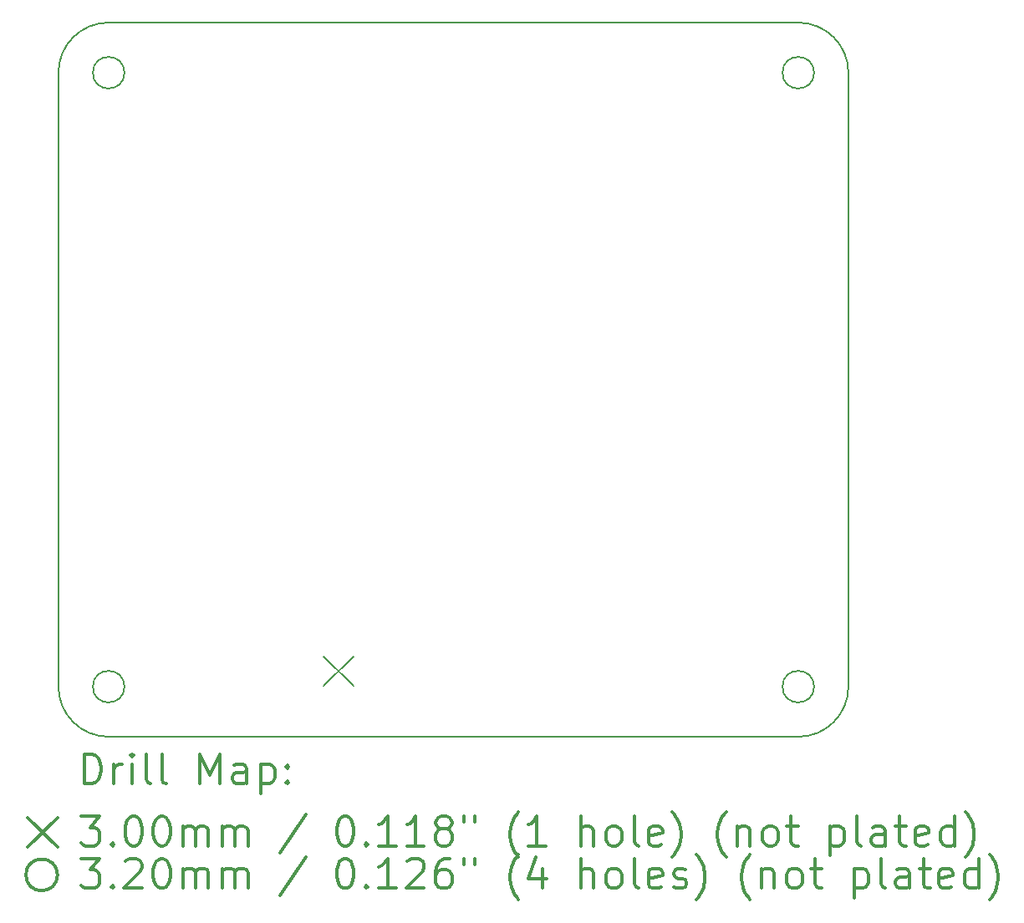
<source format=gbr>
%FSLAX45Y45*%
G04 Gerber Fmt 4.5, Leading zero omitted, Abs format (unit mm)*
G04 Created by KiCad (PCBNEW 4.0.7) date Wed Apr 18 20:42:25 2018*
%MOMM*%
%LPD*%
G01*
G04 APERTURE LIST*
%ADD10C,0.127000*%
%ADD11C,0.200000*%
%ADD12C,0.300000*%
G04 APERTURE END LIST*
D10*
D11*
X4064000Y-2349500D02*
X11049000Y-2349500D01*
X3556000Y-9080500D02*
X3556000Y-2857500D01*
X4064000Y-9588500D02*
X11049000Y-9588500D01*
X11557000Y-2857500D02*
X11557000Y-9080500D01*
X11049000Y-9588500D02*
G75*
G03X11557000Y-9080500I0J508000D01*
G01*
X3556000Y-9080500D02*
G75*
G03X4064000Y-9588500I508000J0D01*
G01*
X4064000Y-2349500D02*
G75*
G03X3556000Y-2857500I0J-508000D01*
G01*
X11557000Y-2857500D02*
G75*
G03X11049000Y-2349500I-508000J0D01*
G01*
D11*
X6244000Y-8771500D02*
X6544000Y-9071500D01*
X6544000Y-8771500D02*
X6244000Y-9071500D01*
X4224000Y-2857500D02*
G75*
G03X4224000Y-2857500I-160000J0D01*
G01*
X4224000Y-9080500D02*
G75*
G03X4224000Y-9080500I-160000J0D01*
G01*
X11209000Y-2857500D02*
G75*
G03X11209000Y-2857500I-160000J0D01*
G01*
X11209000Y-9080500D02*
G75*
G03X11209000Y-9080500I-160000J0D01*
G01*
D12*
X3817428Y-10064214D02*
X3817428Y-9764214D01*
X3888857Y-9764214D01*
X3931714Y-9778500D01*
X3960286Y-9807072D01*
X3974571Y-9835643D01*
X3988857Y-9892786D01*
X3988857Y-9935643D01*
X3974571Y-9992786D01*
X3960286Y-10021357D01*
X3931714Y-10049929D01*
X3888857Y-10064214D01*
X3817428Y-10064214D01*
X4117428Y-10064214D02*
X4117428Y-9864214D01*
X4117428Y-9921357D02*
X4131714Y-9892786D01*
X4146000Y-9878500D01*
X4174571Y-9864214D01*
X4203143Y-9864214D01*
X4303143Y-10064214D02*
X4303143Y-9864214D01*
X4303143Y-9764214D02*
X4288857Y-9778500D01*
X4303143Y-9792786D01*
X4317429Y-9778500D01*
X4303143Y-9764214D01*
X4303143Y-9792786D01*
X4488857Y-10064214D02*
X4460286Y-10049929D01*
X4446000Y-10021357D01*
X4446000Y-9764214D01*
X4646000Y-10064214D02*
X4617429Y-10049929D01*
X4603143Y-10021357D01*
X4603143Y-9764214D01*
X4988857Y-10064214D02*
X4988857Y-9764214D01*
X5088857Y-9978500D01*
X5188857Y-9764214D01*
X5188857Y-10064214D01*
X5460286Y-10064214D02*
X5460286Y-9907072D01*
X5446000Y-9878500D01*
X5417429Y-9864214D01*
X5360286Y-9864214D01*
X5331714Y-9878500D01*
X5460286Y-10049929D02*
X5431714Y-10064214D01*
X5360286Y-10064214D01*
X5331714Y-10049929D01*
X5317429Y-10021357D01*
X5317429Y-9992786D01*
X5331714Y-9964214D01*
X5360286Y-9949929D01*
X5431714Y-9949929D01*
X5460286Y-9935643D01*
X5603143Y-9864214D02*
X5603143Y-10164214D01*
X5603143Y-9878500D02*
X5631714Y-9864214D01*
X5688857Y-9864214D01*
X5717428Y-9878500D01*
X5731714Y-9892786D01*
X5746000Y-9921357D01*
X5746000Y-10007072D01*
X5731714Y-10035643D01*
X5717428Y-10049929D01*
X5688857Y-10064214D01*
X5631714Y-10064214D01*
X5603143Y-10049929D01*
X5874571Y-10035643D02*
X5888857Y-10049929D01*
X5874571Y-10064214D01*
X5860286Y-10049929D01*
X5874571Y-10035643D01*
X5874571Y-10064214D01*
X5874571Y-9878500D02*
X5888857Y-9892786D01*
X5874571Y-9907072D01*
X5860286Y-9892786D01*
X5874571Y-9878500D01*
X5874571Y-9907072D01*
X3246000Y-10408500D02*
X3546000Y-10708500D01*
X3546000Y-10408500D02*
X3246000Y-10708500D01*
X3788857Y-10394214D02*
X3974571Y-10394214D01*
X3874571Y-10508500D01*
X3917428Y-10508500D01*
X3946000Y-10522786D01*
X3960286Y-10537072D01*
X3974571Y-10565643D01*
X3974571Y-10637072D01*
X3960286Y-10665643D01*
X3946000Y-10679929D01*
X3917428Y-10694214D01*
X3831714Y-10694214D01*
X3803143Y-10679929D01*
X3788857Y-10665643D01*
X4103143Y-10665643D02*
X4117428Y-10679929D01*
X4103143Y-10694214D01*
X4088857Y-10679929D01*
X4103143Y-10665643D01*
X4103143Y-10694214D01*
X4303143Y-10394214D02*
X4331714Y-10394214D01*
X4360286Y-10408500D01*
X4374571Y-10422786D01*
X4388857Y-10451357D01*
X4403143Y-10508500D01*
X4403143Y-10579929D01*
X4388857Y-10637072D01*
X4374571Y-10665643D01*
X4360286Y-10679929D01*
X4331714Y-10694214D01*
X4303143Y-10694214D01*
X4274571Y-10679929D01*
X4260286Y-10665643D01*
X4246000Y-10637072D01*
X4231714Y-10579929D01*
X4231714Y-10508500D01*
X4246000Y-10451357D01*
X4260286Y-10422786D01*
X4274571Y-10408500D01*
X4303143Y-10394214D01*
X4588857Y-10394214D02*
X4617429Y-10394214D01*
X4646000Y-10408500D01*
X4660286Y-10422786D01*
X4674571Y-10451357D01*
X4688857Y-10508500D01*
X4688857Y-10579929D01*
X4674571Y-10637072D01*
X4660286Y-10665643D01*
X4646000Y-10679929D01*
X4617429Y-10694214D01*
X4588857Y-10694214D01*
X4560286Y-10679929D01*
X4546000Y-10665643D01*
X4531714Y-10637072D01*
X4517429Y-10579929D01*
X4517429Y-10508500D01*
X4531714Y-10451357D01*
X4546000Y-10422786D01*
X4560286Y-10408500D01*
X4588857Y-10394214D01*
X4817429Y-10694214D02*
X4817429Y-10494214D01*
X4817429Y-10522786D02*
X4831714Y-10508500D01*
X4860286Y-10494214D01*
X4903143Y-10494214D01*
X4931714Y-10508500D01*
X4946000Y-10537072D01*
X4946000Y-10694214D01*
X4946000Y-10537072D02*
X4960286Y-10508500D01*
X4988857Y-10494214D01*
X5031714Y-10494214D01*
X5060286Y-10508500D01*
X5074571Y-10537072D01*
X5074571Y-10694214D01*
X5217429Y-10694214D02*
X5217429Y-10494214D01*
X5217429Y-10522786D02*
X5231714Y-10508500D01*
X5260286Y-10494214D01*
X5303143Y-10494214D01*
X5331714Y-10508500D01*
X5346000Y-10537072D01*
X5346000Y-10694214D01*
X5346000Y-10537072D02*
X5360286Y-10508500D01*
X5388857Y-10494214D01*
X5431714Y-10494214D01*
X5460286Y-10508500D01*
X5474571Y-10537072D01*
X5474571Y-10694214D01*
X6060286Y-10379929D02*
X5803143Y-10765643D01*
X6446000Y-10394214D02*
X6474571Y-10394214D01*
X6503143Y-10408500D01*
X6517428Y-10422786D01*
X6531714Y-10451357D01*
X6546000Y-10508500D01*
X6546000Y-10579929D01*
X6531714Y-10637072D01*
X6517428Y-10665643D01*
X6503143Y-10679929D01*
X6474571Y-10694214D01*
X6446000Y-10694214D01*
X6417428Y-10679929D01*
X6403143Y-10665643D01*
X6388857Y-10637072D01*
X6374571Y-10579929D01*
X6374571Y-10508500D01*
X6388857Y-10451357D01*
X6403143Y-10422786D01*
X6417428Y-10408500D01*
X6446000Y-10394214D01*
X6674571Y-10665643D02*
X6688857Y-10679929D01*
X6674571Y-10694214D01*
X6660286Y-10679929D01*
X6674571Y-10665643D01*
X6674571Y-10694214D01*
X6974571Y-10694214D02*
X6803143Y-10694214D01*
X6888857Y-10694214D02*
X6888857Y-10394214D01*
X6860285Y-10437072D01*
X6831714Y-10465643D01*
X6803143Y-10479929D01*
X7260285Y-10694214D02*
X7088857Y-10694214D01*
X7174571Y-10694214D02*
X7174571Y-10394214D01*
X7146000Y-10437072D01*
X7117428Y-10465643D01*
X7088857Y-10479929D01*
X7431714Y-10522786D02*
X7403143Y-10508500D01*
X7388857Y-10494214D01*
X7374571Y-10465643D01*
X7374571Y-10451357D01*
X7388857Y-10422786D01*
X7403143Y-10408500D01*
X7431714Y-10394214D01*
X7488857Y-10394214D01*
X7517428Y-10408500D01*
X7531714Y-10422786D01*
X7546000Y-10451357D01*
X7546000Y-10465643D01*
X7531714Y-10494214D01*
X7517428Y-10508500D01*
X7488857Y-10522786D01*
X7431714Y-10522786D01*
X7403143Y-10537072D01*
X7388857Y-10551357D01*
X7374571Y-10579929D01*
X7374571Y-10637072D01*
X7388857Y-10665643D01*
X7403143Y-10679929D01*
X7431714Y-10694214D01*
X7488857Y-10694214D01*
X7517428Y-10679929D01*
X7531714Y-10665643D01*
X7546000Y-10637072D01*
X7546000Y-10579929D01*
X7531714Y-10551357D01*
X7517428Y-10537072D01*
X7488857Y-10522786D01*
X7660286Y-10394214D02*
X7660286Y-10451357D01*
X7774571Y-10394214D02*
X7774571Y-10451357D01*
X8217428Y-10808500D02*
X8203143Y-10794214D01*
X8174571Y-10751357D01*
X8160285Y-10722786D01*
X8146000Y-10679929D01*
X8131714Y-10608500D01*
X8131714Y-10551357D01*
X8146000Y-10479929D01*
X8160285Y-10437072D01*
X8174571Y-10408500D01*
X8203143Y-10365643D01*
X8217428Y-10351357D01*
X8488857Y-10694214D02*
X8317428Y-10694214D01*
X8403143Y-10694214D02*
X8403143Y-10394214D01*
X8374571Y-10437072D01*
X8346000Y-10465643D01*
X8317428Y-10479929D01*
X8846000Y-10694214D02*
X8846000Y-10394214D01*
X8974571Y-10694214D02*
X8974571Y-10537072D01*
X8960286Y-10508500D01*
X8931714Y-10494214D01*
X8888857Y-10494214D01*
X8860286Y-10508500D01*
X8846000Y-10522786D01*
X9160286Y-10694214D02*
X9131714Y-10679929D01*
X9117428Y-10665643D01*
X9103143Y-10637072D01*
X9103143Y-10551357D01*
X9117428Y-10522786D01*
X9131714Y-10508500D01*
X9160286Y-10494214D01*
X9203143Y-10494214D01*
X9231714Y-10508500D01*
X9246000Y-10522786D01*
X9260286Y-10551357D01*
X9260286Y-10637072D01*
X9246000Y-10665643D01*
X9231714Y-10679929D01*
X9203143Y-10694214D01*
X9160286Y-10694214D01*
X9431714Y-10694214D02*
X9403143Y-10679929D01*
X9388857Y-10651357D01*
X9388857Y-10394214D01*
X9660286Y-10679929D02*
X9631714Y-10694214D01*
X9574571Y-10694214D01*
X9546000Y-10679929D01*
X9531714Y-10651357D01*
X9531714Y-10537072D01*
X9546000Y-10508500D01*
X9574571Y-10494214D01*
X9631714Y-10494214D01*
X9660286Y-10508500D01*
X9674571Y-10537072D01*
X9674571Y-10565643D01*
X9531714Y-10594214D01*
X9774571Y-10808500D02*
X9788857Y-10794214D01*
X9817429Y-10751357D01*
X9831714Y-10722786D01*
X9846000Y-10679929D01*
X9860286Y-10608500D01*
X9860286Y-10551357D01*
X9846000Y-10479929D01*
X9831714Y-10437072D01*
X9817429Y-10408500D01*
X9788857Y-10365643D01*
X9774571Y-10351357D01*
X10317429Y-10808500D02*
X10303143Y-10794214D01*
X10274571Y-10751357D01*
X10260286Y-10722786D01*
X10246000Y-10679929D01*
X10231714Y-10608500D01*
X10231714Y-10551357D01*
X10246000Y-10479929D01*
X10260286Y-10437072D01*
X10274571Y-10408500D01*
X10303143Y-10365643D01*
X10317429Y-10351357D01*
X10431714Y-10494214D02*
X10431714Y-10694214D01*
X10431714Y-10522786D02*
X10446000Y-10508500D01*
X10474571Y-10494214D01*
X10517429Y-10494214D01*
X10546000Y-10508500D01*
X10560286Y-10537072D01*
X10560286Y-10694214D01*
X10746000Y-10694214D02*
X10717429Y-10679929D01*
X10703143Y-10665643D01*
X10688857Y-10637072D01*
X10688857Y-10551357D01*
X10703143Y-10522786D01*
X10717429Y-10508500D01*
X10746000Y-10494214D01*
X10788857Y-10494214D01*
X10817429Y-10508500D01*
X10831714Y-10522786D01*
X10846000Y-10551357D01*
X10846000Y-10637072D01*
X10831714Y-10665643D01*
X10817429Y-10679929D01*
X10788857Y-10694214D01*
X10746000Y-10694214D01*
X10931714Y-10494214D02*
X11046000Y-10494214D01*
X10974571Y-10394214D02*
X10974571Y-10651357D01*
X10988857Y-10679929D01*
X11017429Y-10694214D01*
X11046000Y-10694214D01*
X11374571Y-10494214D02*
X11374571Y-10794214D01*
X11374571Y-10508500D02*
X11403143Y-10494214D01*
X11460286Y-10494214D01*
X11488857Y-10508500D01*
X11503143Y-10522786D01*
X11517428Y-10551357D01*
X11517428Y-10637072D01*
X11503143Y-10665643D01*
X11488857Y-10679929D01*
X11460286Y-10694214D01*
X11403143Y-10694214D01*
X11374571Y-10679929D01*
X11688857Y-10694214D02*
X11660286Y-10679929D01*
X11646000Y-10651357D01*
X11646000Y-10394214D01*
X11931714Y-10694214D02*
X11931714Y-10537072D01*
X11917429Y-10508500D01*
X11888857Y-10494214D01*
X11831714Y-10494214D01*
X11803143Y-10508500D01*
X11931714Y-10679929D02*
X11903143Y-10694214D01*
X11831714Y-10694214D01*
X11803143Y-10679929D01*
X11788857Y-10651357D01*
X11788857Y-10622786D01*
X11803143Y-10594214D01*
X11831714Y-10579929D01*
X11903143Y-10579929D01*
X11931714Y-10565643D01*
X12031714Y-10494214D02*
X12146000Y-10494214D01*
X12074571Y-10394214D02*
X12074571Y-10651357D01*
X12088857Y-10679929D01*
X12117429Y-10694214D01*
X12146000Y-10694214D01*
X12360286Y-10679929D02*
X12331714Y-10694214D01*
X12274571Y-10694214D01*
X12246000Y-10679929D01*
X12231714Y-10651357D01*
X12231714Y-10537072D01*
X12246000Y-10508500D01*
X12274571Y-10494214D01*
X12331714Y-10494214D01*
X12360286Y-10508500D01*
X12374571Y-10537072D01*
X12374571Y-10565643D01*
X12231714Y-10594214D01*
X12631714Y-10694214D02*
X12631714Y-10394214D01*
X12631714Y-10679929D02*
X12603143Y-10694214D01*
X12546000Y-10694214D01*
X12517429Y-10679929D01*
X12503143Y-10665643D01*
X12488857Y-10637072D01*
X12488857Y-10551357D01*
X12503143Y-10522786D01*
X12517429Y-10508500D01*
X12546000Y-10494214D01*
X12603143Y-10494214D01*
X12631714Y-10508500D01*
X12746000Y-10808500D02*
X12760286Y-10794214D01*
X12788857Y-10751357D01*
X12803143Y-10722786D01*
X12817429Y-10679929D01*
X12831714Y-10608500D01*
X12831714Y-10551357D01*
X12817429Y-10479929D01*
X12803143Y-10437072D01*
X12788857Y-10408500D01*
X12760286Y-10365643D01*
X12746000Y-10351357D01*
X3546000Y-10988500D02*
G75*
G03X3546000Y-10988500I-160000J0D01*
G01*
X3788857Y-10824214D02*
X3974571Y-10824214D01*
X3874571Y-10938500D01*
X3917428Y-10938500D01*
X3946000Y-10952786D01*
X3960286Y-10967072D01*
X3974571Y-10995643D01*
X3974571Y-11067072D01*
X3960286Y-11095643D01*
X3946000Y-11109929D01*
X3917428Y-11124214D01*
X3831714Y-11124214D01*
X3803143Y-11109929D01*
X3788857Y-11095643D01*
X4103143Y-11095643D02*
X4117428Y-11109929D01*
X4103143Y-11124214D01*
X4088857Y-11109929D01*
X4103143Y-11095643D01*
X4103143Y-11124214D01*
X4231714Y-10852786D02*
X4246000Y-10838500D01*
X4274571Y-10824214D01*
X4346000Y-10824214D01*
X4374571Y-10838500D01*
X4388857Y-10852786D01*
X4403143Y-10881357D01*
X4403143Y-10909929D01*
X4388857Y-10952786D01*
X4217428Y-11124214D01*
X4403143Y-11124214D01*
X4588857Y-10824214D02*
X4617429Y-10824214D01*
X4646000Y-10838500D01*
X4660286Y-10852786D01*
X4674571Y-10881357D01*
X4688857Y-10938500D01*
X4688857Y-11009929D01*
X4674571Y-11067072D01*
X4660286Y-11095643D01*
X4646000Y-11109929D01*
X4617429Y-11124214D01*
X4588857Y-11124214D01*
X4560286Y-11109929D01*
X4546000Y-11095643D01*
X4531714Y-11067072D01*
X4517429Y-11009929D01*
X4517429Y-10938500D01*
X4531714Y-10881357D01*
X4546000Y-10852786D01*
X4560286Y-10838500D01*
X4588857Y-10824214D01*
X4817429Y-11124214D02*
X4817429Y-10924214D01*
X4817429Y-10952786D02*
X4831714Y-10938500D01*
X4860286Y-10924214D01*
X4903143Y-10924214D01*
X4931714Y-10938500D01*
X4946000Y-10967072D01*
X4946000Y-11124214D01*
X4946000Y-10967072D02*
X4960286Y-10938500D01*
X4988857Y-10924214D01*
X5031714Y-10924214D01*
X5060286Y-10938500D01*
X5074571Y-10967072D01*
X5074571Y-11124214D01*
X5217429Y-11124214D02*
X5217429Y-10924214D01*
X5217429Y-10952786D02*
X5231714Y-10938500D01*
X5260286Y-10924214D01*
X5303143Y-10924214D01*
X5331714Y-10938500D01*
X5346000Y-10967072D01*
X5346000Y-11124214D01*
X5346000Y-10967072D02*
X5360286Y-10938500D01*
X5388857Y-10924214D01*
X5431714Y-10924214D01*
X5460286Y-10938500D01*
X5474571Y-10967072D01*
X5474571Y-11124214D01*
X6060286Y-10809929D02*
X5803143Y-11195643D01*
X6446000Y-10824214D02*
X6474571Y-10824214D01*
X6503143Y-10838500D01*
X6517428Y-10852786D01*
X6531714Y-10881357D01*
X6546000Y-10938500D01*
X6546000Y-11009929D01*
X6531714Y-11067072D01*
X6517428Y-11095643D01*
X6503143Y-11109929D01*
X6474571Y-11124214D01*
X6446000Y-11124214D01*
X6417428Y-11109929D01*
X6403143Y-11095643D01*
X6388857Y-11067072D01*
X6374571Y-11009929D01*
X6374571Y-10938500D01*
X6388857Y-10881357D01*
X6403143Y-10852786D01*
X6417428Y-10838500D01*
X6446000Y-10824214D01*
X6674571Y-11095643D02*
X6688857Y-11109929D01*
X6674571Y-11124214D01*
X6660286Y-11109929D01*
X6674571Y-11095643D01*
X6674571Y-11124214D01*
X6974571Y-11124214D02*
X6803143Y-11124214D01*
X6888857Y-11124214D02*
X6888857Y-10824214D01*
X6860285Y-10867072D01*
X6831714Y-10895643D01*
X6803143Y-10909929D01*
X7088857Y-10852786D02*
X7103143Y-10838500D01*
X7131714Y-10824214D01*
X7203143Y-10824214D01*
X7231714Y-10838500D01*
X7246000Y-10852786D01*
X7260285Y-10881357D01*
X7260285Y-10909929D01*
X7246000Y-10952786D01*
X7074571Y-11124214D01*
X7260285Y-11124214D01*
X7517428Y-10824214D02*
X7460285Y-10824214D01*
X7431714Y-10838500D01*
X7417428Y-10852786D01*
X7388857Y-10895643D01*
X7374571Y-10952786D01*
X7374571Y-11067072D01*
X7388857Y-11095643D01*
X7403143Y-11109929D01*
X7431714Y-11124214D01*
X7488857Y-11124214D01*
X7517428Y-11109929D01*
X7531714Y-11095643D01*
X7546000Y-11067072D01*
X7546000Y-10995643D01*
X7531714Y-10967072D01*
X7517428Y-10952786D01*
X7488857Y-10938500D01*
X7431714Y-10938500D01*
X7403143Y-10952786D01*
X7388857Y-10967072D01*
X7374571Y-10995643D01*
X7660286Y-10824214D02*
X7660286Y-10881357D01*
X7774571Y-10824214D02*
X7774571Y-10881357D01*
X8217428Y-11238500D02*
X8203143Y-11224214D01*
X8174571Y-11181357D01*
X8160285Y-11152786D01*
X8146000Y-11109929D01*
X8131714Y-11038500D01*
X8131714Y-10981357D01*
X8146000Y-10909929D01*
X8160285Y-10867072D01*
X8174571Y-10838500D01*
X8203143Y-10795643D01*
X8217428Y-10781357D01*
X8460286Y-10924214D02*
X8460286Y-11124214D01*
X8388857Y-10809929D02*
X8317428Y-11024214D01*
X8503143Y-11024214D01*
X8846000Y-11124214D02*
X8846000Y-10824214D01*
X8974571Y-11124214D02*
X8974571Y-10967072D01*
X8960286Y-10938500D01*
X8931714Y-10924214D01*
X8888857Y-10924214D01*
X8860286Y-10938500D01*
X8846000Y-10952786D01*
X9160286Y-11124214D02*
X9131714Y-11109929D01*
X9117428Y-11095643D01*
X9103143Y-11067072D01*
X9103143Y-10981357D01*
X9117428Y-10952786D01*
X9131714Y-10938500D01*
X9160286Y-10924214D01*
X9203143Y-10924214D01*
X9231714Y-10938500D01*
X9246000Y-10952786D01*
X9260286Y-10981357D01*
X9260286Y-11067072D01*
X9246000Y-11095643D01*
X9231714Y-11109929D01*
X9203143Y-11124214D01*
X9160286Y-11124214D01*
X9431714Y-11124214D02*
X9403143Y-11109929D01*
X9388857Y-11081357D01*
X9388857Y-10824214D01*
X9660286Y-11109929D02*
X9631714Y-11124214D01*
X9574571Y-11124214D01*
X9546000Y-11109929D01*
X9531714Y-11081357D01*
X9531714Y-10967072D01*
X9546000Y-10938500D01*
X9574571Y-10924214D01*
X9631714Y-10924214D01*
X9660286Y-10938500D01*
X9674571Y-10967072D01*
X9674571Y-10995643D01*
X9531714Y-11024214D01*
X9788857Y-11109929D02*
X9817429Y-11124214D01*
X9874571Y-11124214D01*
X9903143Y-11109929D01*
X9917429Y-11081357D01*
X9917429Y-11067072D01*
X9903143Y-11038500D01*
X9874571Y-11024214D01*
X9831714Y-11024214D01*
X9803143Y-11009929D01*
X9788857Y-10981357D01*
X9788857Y-10967072D01*
X9803143Y-10938500D01*
X9831714Y-10924214D01*
X9874571Y-10924214D01*
X9903143Y-10938500D01*
X10017428Y-11238500D02*
X10031714Y-11224214D01*
X10060286Y-11181357D01*
X10074571Y-11152786D01*
X10088857Y-11109929D01*
X10103143Y-11038500D01*
X10103143Y-10981357D01*
X10088857Y-10909929D01*
X10074571Y-10867072D01*
X10060286Y-10838500D01*
X10031714Y-10795643D01*
X10017428Y-10781357D01*
X10560286Y-11238500D02*
X10546000Y-11224214D01*
X10517428Y-11181357D01*
X10503143Y-11152786D01*
X10488857Y-11109929D01*
X10474571Y-11038500D01*
X10474571Y-10981357D01*
X10488857Y-10909929D01*
X10503143Y-10867072D01*
X10517428Y-10838500D01*
X10546000Y-10795643D01*
X10560286Y-10781357D01*
X10674571Y-10924214D02*
X10674571Y-11124214D01*
X10674571Y-10952786D02*
X10688857Y-10938500D01*
X10717428Y-10924214D01*
X10760286Y-10924214D01*
X10788857Y-10938500D01*
X10803143Y-10967072D01*
X10803143Y-11124214D01*
X10988857Y-11124214D02*
X10960286Y-11109929D01*
X10946000Y-11095643D01*
X10931714Y-11067072D01*
X10931714Y-10981357D01*
X10946000Y-10952786D01*
X10960286Y-10938500D01*
X10988857Y-10924214D01*
X11031714Y-10924214D01*
X11060286Y-10938500D01*
X11074571Y-10952786D01*
X11088857Y-10981357D01*
X11088857Y-11067072D01*
X11074571Y-11095643D01*
X11060286Y-11109929D01*
X11031714Y-11124214D01*
X10988857Y-11124214D01*
X11174571Y-10924214D02*
X11288857Y-10924214D01*
X11217428Y-10824214D02*
X11217428Y-11081357D01*
X11231714Y-11109929D01*
X11260286Y-11124214D01*
X11288857Y-11124214D01*
X11617428Y-10924214D02*
X11617428Y-11224214D01*
X11617428Y-10938500D02*
X11646000Y-10924214D01*
X11703143Y-10924214D01*
X11731714Y-10938500D01*
X11746000Y-10952786D01*
X11760286Y-10981357D01*
X11760286Y-11067072D01*
X11746000Y-11095643D01*
X11731714Y-11109929D01*
X11703143Y-11124214D01*
X11646000Y-11124214D01*
X11617428Y-11109929D01*
X11931714Y-11124214D02*
X11903143Y-11109929D01*
X11888857Y-11081357D01*
X11888857Y-10824214D01*
X12174571Y-11124214D02*
X12174571Y-10967072D01*
X12160286Y-10938500D01*
X12131714Y-10924214D01*
X12074571Y-10924214D01*
X12046000Y-10938500D01*
X12174571Y-11109929D02*
X12146000Y-11124214D01*
X12074571Y-11124214D01*
X12046000Y-11109929D01*
X12031714Y-11081357D01*
X12031714Y-11052786D01*
X12046000Y-11024214D01*
X12074571Y-11009929D01*
X12146000Y-11009929D01*
X12174571Y-10995643D01*
X12274571Y-10924214D02*
X12388857Y-10924214D01*
X12317429Y-10824214D02*
X12317429Y-11081357D01*
X12331714Y-11109929D01*
X12360286Y-11124214D01*
X12388857Y-11124214D01*
X12603143Y-11109929D02*
X12574571Y-11124214D01*
X12517429Y-11124214D01*
X12488857Y-11109929D01*
X12474571Y-11081357D01*
X12474571Y-10967072D01*
X12488857Y-10938500D01*
X12517429Y-10924214D01*
X12574571Y-10924214D01*
X12603143Y-10938500D01*
X12617429Y-10967072D01*
X12617429Y-10995643D01*
X12474571Y-11024214D01*
X12874571Y-11124214D02*
X12874571Y-10824214D01*
X12874571Y-11109929D02*
X12846000Y-11124214D01*
X12788857Y-11124214D01*
X12760286Y-11109929D01*
X12746000Y-11095643D01*
X12731714Y-11067072D01*
X12731714Y-10981357D01*
X12746000Y-10952786D01*
X12760286Y-10938500D01*
X12788857Y-10924214D01*
X12846000Y-10924214D01*
X12874571Y-10938500D01*
X12988857Y-11238500D02*
X13003143Y-11224214D01*
X13031714Y-11181357D01*
X13046000Y-11152786D01*
X13060286Y-11109929D01*
X13074571Y-11038500D01*
X13074571Y-10981357D01*
X13060286Y-10909929D01*
X13046000Y-10867072D01*
X13031714Y-10838500D01*
X13003143Y-10795643D01*
X12988857Y-10781357D01*
M02*

</source>
